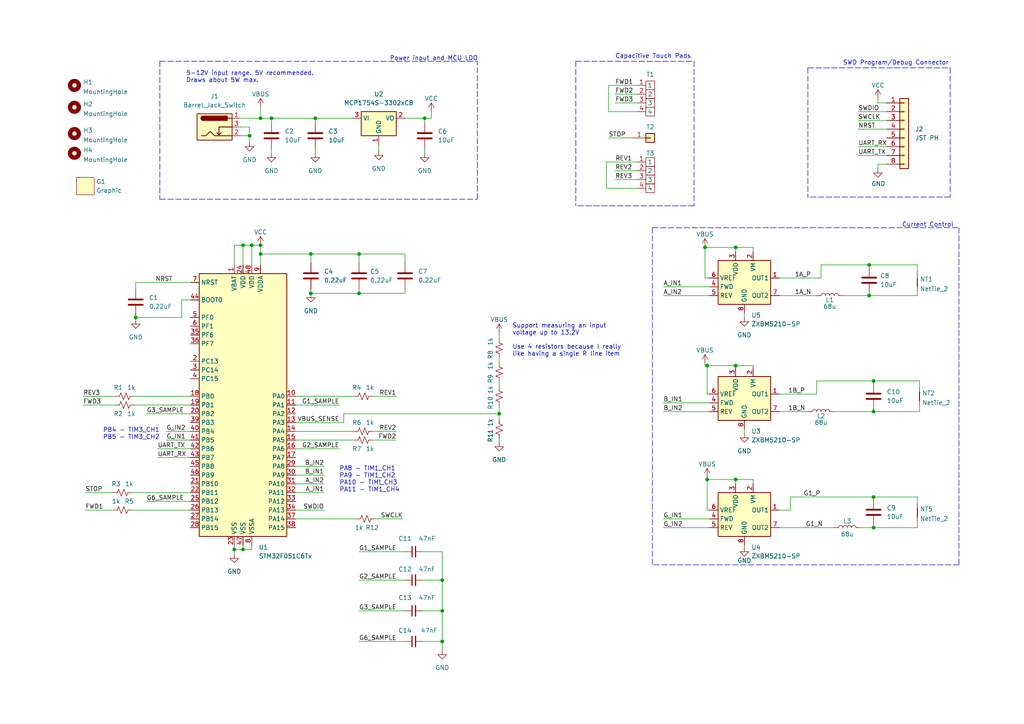
<source format=kicad_sch>
(kicad_sch (version 20211123) (generator eeschema)
  (paper "A4")
  (title_block (title "Gauss Speedway") (date "2022-11-17") (rev "2") (company "Relative Jump Labs"))
  (lib_symbols
    (symbol "Connector:Barrel_Jack_Switch" (pin_names hide)
      (property "Reference" "J" (at 0 5.334 0))
      (property "Value" "Barrel_Jack_Switch" (at 0 -5.08 0))
      (symbol "Barrel_Jack_Switch_0_1"
        (rectangle (start -5.08 3.81) (end 5.08 -3.81) (stroke (width 0.254)) (fill (type background)))
        (arc (start -3.302 3.175) (mid -3.937 2.54) (end -3.302 1.905) (stroke (width 0.254)))
        (arc (start -3.302 3.175) (mid -3.937 2.54) (end -3.302 1.905) (stroke (width 0.254)) (fill (type outline)))
        (polyline (pts (xy 1.27 -2.286) (xy 1.905 -1.651)) (stroke (width 0.254)))
        (polyline (pts (xy 5.08 2.54) (xy 3.81 2.54)) (stroke (width 0.254)))
        (polyline (pts (xy 5.08 0) (xy 1.27 0) (xy 1.27 -2.286) (xy 0.635 -1.651)) (stroke (width 0.254)))
        (polyline (pts (xy -3.81 -2.54) (xy -2.54 -2.54) (xy -1.27 -1.27) (xy 0 -2.54) (xy 2.54 -2.54) (xy 5.08 -2.54)) (stroke (width 0.254)))
        (rectangle (start 3.683 3.175) (end -3.302 1.905) (stroke (width 0.254)) (fill (type outline)))
      )
      (symbol "Barrel_Jack_Switch_1_1"
        (pin passive line (at 7.62 2.54 180) (length 2.54) (name "~") (number "1"))
        (pin passive line (at 7.62 -2.54 180) (length 2.54) (name "~") (number "2"))
        (pin passive line (at 7.62 0 180) (length 2.54) (name "~") (number "3"))
      )
    )
    (symbol "Connector_Generic:Conn_01x01" (pin_names (offset 1.016) hide)
      (property "Reference" "J" (at 0 2.54 0))
      (property "Value" "Conn_01x01" (at 0 -2.54 0))
      (symbol "Conn_01x01_1_1"
        (rectangle (start -1.27 0.127) (end 0 -0.127) (stroke (width 0.1524)))
        (rectangle (start -1.27 1.27) (end 1.27 -1.27) (stroke (width 0.254)) (fill (type background)))
        (pin passive line (at -5.08 0 0) (length 3.81) (name "Pin_1") (number "1"))
      )
    )
    (symbol "Connector_Generic:Conn_01x08" (pin_names (offset 1.016) hide)
      (property "Reference" "J" (at 0 10.16 0))
      (property "Value" "Conn_01x08" (at 0 -12.7 0))
      (symbol "Conn_01x08_1_1"
        (rectangle (start -1.27 -10.033) (end 0 -10.287) (stroke (width 0.1524)))
        (rectangle (start -1.27 -7.493) (end 0 -7.747) (stroke (width 0.1524)))
        (rectangle (start -1.27 -4.953) (end 0 -5.207) (stroke (width 0.1524)))
        (rectangle (start -1.27 -2.413) (end 0 -2.667) (stroke (width 0.1524)))
        (rectangle (start -1.27 0.127) (end 0 -0.127) (stroke (width 0.1524)))
        (rectangle (start -1.27 2.667) (end 0 2.413) (stroke (width 0.1524)))
        (rectangle (start -1.27 5.207) (end 0 4.953) (stroke (width 0.1524)))
        (rectangle (start -1.27 7.747) (end 0 7.493) (stroke (width 0.1524)))
        (rectangle (start -1.27 8.89) (end 1.27 -11.43) (stroke (width 0.254)) (fill (type background)))
        (pin passive line (at -5.08 7.62 0) (length 3.81) (name "Pin_1") (number "1"))
        (pin passive line (at -5.08 5.08 0) (length 3.81) (name "Pin_2") (number "2"))
        (pin passive line (at -5.08 2.54 0) (length 3.81) (name "Pin_3") (number "3"))
        (pin passive line (at -5.08 0 0) (length 3.81) (name "Pin_4") (number "4"))
        (pin passive line (at -5.08 -2.54 0) (length 3.81) (name "Pin_5") (number "5"))
        (pin passive line (at -5.08 -5.08 0) (length 3.81) (name "Pin_6") (number "6"))
        (pin passive line (at -5.08 -7.62 0) (length 3.81) (name "Pin_7") (number "7"))
        (pin passive line (at -5.08 -10.16 0) (length 3.81) (name "Pin_8") (number "8"))
      )
    )
    (symbol "Device:C" (pin_numbers hide) (pin_names (offset 0.254))
      (property "Reference" "C" (at 0.635 2.54 0))
      (property "Value" "C" (at 0.635 -2.54 0))
      (symbol "C_0_1"
        (polyline (pts (xy -2.032 -0.762) (xy 2.032 -0.762)) (stroke (width 0.508)))
        (polyline (pts (xy -2.032 0.762) (xy 2.032 0.762)) (stroke (width 0.508)))
      )
      (symbol "C_1_1"
        (pin passive line (at 0 3.81 270) (length 2.794) (name "~") (number "1"))
        (pin passive line (at 0 -3.81 90) (length 2.794) (name "~") (number "2"))
      )
    )
    (symbol "Device:C_Small" (pin_numbers hide) (pin_names (offset 0.254) hide)
      (property "Reference" "C" (at 0.254 1.778 0))
      (property "Value" "C_Small" (at 0.254 -2.032 0))
      (symbol "C_Small_0_1"
        (polyline (pts (xy -1.524 -0.508) (xy 1.524 -0.508)) (stroke (width 0.3302)))
        (polyline (pts (xy -1.524 0.508) (xy 1.524 0.508)) (stroke (width 0.3048)))
      )
      (symbol "C_Small_1_1"
        (pin passive line (at 0 2.54 270) (length 2.032) (name "~") (number "1"))
        (pin passive line (at 0 -2.54 90) (length 2.032) (name "~") (number "2"))
      )
    )
    (symbol "Device:L" (pin_numbers hide) (pin_names (offset 1.016) hide)
      (property "Reference" "L" (at -1.27 0 90))
      (property "Value" "L" (at 1.905 0 90))
      (symbol "L_0_1"
        (arc (start 0 -2.54) (mid 0.635 -1.905) (end 0 -1.27))
        (arc (start 0 -1.27) (mid 0.635 -0.635) (end 0 0))
        (arc (start 0 0) (mid 0.635 0.635) (end 0 1.27))
        (arc (start 0 1.27) (mid 0.635 1.905) (end 0 2.54))
      )
      (symbol "L_1_1"
        (pin passive line (at 0 3.81 270) (length 1.27) (name "1") (number "1"))
        (pin passive line (at 0 -3.81 90) (length 1.27) (name "2") (number "2"))
      )
    )
    (symbol "Device:NetTie_2" (pin_numbers hide) (pin_names (offset 0) hide)
      (property "Reference" "NT" (at 0 1.27 0))
      (property "Value" "NetTie_2" (at 0 -1.27 0))
      (symbol "NetTie_2_0_1"
        (polyline (pts (xy -1.27 0) (xy 1.27 0)) (stroke (width 0.254)))
      )
      (symbol "NetTie_2_1_1"
        (pin passive line (at -2.54 0 0) (length 2.54) (name "1") (number "1"))
        (pin passive line (at 2.54 0 180) (length 2.54) (name "2") (number "2"))
      )
    )
    (symbol "Device:R_Small_US" (pin_numbers hide) (pin_names (offset 0.254) hide)
      (property "Reference" "R" (at 0.762 0.508 0))
      (property "Value" "R_Small_US" (at 0.762 -1.016 0))
      (symbol "R_Small_US_1_1"
        (polyline (pts (xy 0 0) (xy 1.016 -0.381) (xy 0 -0.762) (xy -1.016 -1.143) (xy 0 -1.524)))
        (polyline (pts (xy 0 1.524) (xy 1.016 1.143) (xy 0 0.762) (xy -1.016 0.381) (xy 0 0)))
        (pin passive line (at 0 2.54 270) (length 1.016) (name "~") (number "1"))
        (pin passive line (at 0 -2.54 90) (length 1.016) (name "~") (number "2"))
      )
    )
    (symbol "Driver_Motor:ZXBM5210-SP"
      (property "Reference" "U" (at -7.62 8.89 0))
      (property "Value" "ZXBM5210-SP" (at 10.16 8.89 0))
      (symbol "ZXBM5210-SP_0_0"
        (pin output line (at 10.16 2.54 180) (length 2.54) (name "OUT1") (number "1"))
        (pin power_in line (at 2.54 10.16 270) (length 2.54) (name "VM") (number "2"))
        (pin power_in line (at -2.54 10.16 270) (length 2.54) (name "VDD") (number "3"))
        (pin input line (at -10.16 0 0) (length 2.54) (name "FWD") (number "4"))
        (pin input line (at -10.16 -2.54 0) (length 2.54) (name "REV") (number "5"))
        (pin input line (at -10.16 2.54 0) (length 2.54) (name "VREF") (number "6"))
        (pin output line (at 10.16 -2.54 180) (length 2.54) (name "OUT2") (number "7"))
        (pin power_in line (at 0 -7.62 90) (length 2.54) (name "GND") (number "8"))
        (pin passive line (at 0 -7.62 90) (length 2.54) hide (name "GND") (number "9"))
      )
      (symbol "ZXBM5210-SP_0_1"
        (rectangle (start -7.62 7.62) (end 7.62 -5.08) (stroke (width 0.254)) (fill (type background)))
      )
    )
    (symbol "MCU_ST_STM32F0:STM32F051C6Tx"
      (property "Reference" "U" (at -12.7 39.37 0))
      (property "Value" "STM32F051C6Tx" (at 7.62 39.37 0))
      (symbol "STM32F051C6Tx_0_1"
        (rectangle (start -12.7 -38.1) (end 12.7 38.1) (stroke (width 0.254)) (fill (type background)))
      )
      (symbol "STM32F051C6Tx_1_1"
        (pin power_in line (at -2.54 40.64 270) (length 2.54) (name "VBAT") (number "1"))
        (pin bidirectional line (at 15.24 2.54 180) (length 2.54) (name "PA0") (number "10"))
        (pin bidirectional line (at 15.24 0 180) (length 2.54) (name "PA1") (number "11"))
        (pin bidirectional line (at 15.24 -2.54 180) (length 2.54) (name "PA2") (number "12"))
        (pin bidirectional line (at 15.24 -5.08 180) (length 2.54) (name "PA3") (number "13"))
        (pin bidirectional line (at 15.24 -7.62 180) (length 2.54) (name "PA4") (number "14"))
        (pin bidirectional line (at 15.24 -10.16 180) (length 2.54) (name "PA5") (number "15"))
        (pin bidirectional line (at 15.24 -12.7 180) (length 2.54) (name "PA6") (number "16"))
        (pin bidirectional line (at 15.24 -15.24 180) (length 2.54) (name "PA7") (number "17"))
        (pin bidirectional line (at -15.24 2.54 0) (length 2.54) (name "PB0") (number "18"))
        (pin bidirectional line (at -15.24 0 0) (length 2.54) (name "PB1") (number "19"))
        (pin bidirectional line (at -15.24 12.7 0) (length 2.54) (name "PC13") (number "2"))
        (pin bidirectional line (at -15.24 -2.54 0) (length 2.54) (name "PB2") (number "20"))
        (pin bidirectional line (at -15.24 -22.86 0) (length 2.54) (name "PB10") (number "21"))
        (pin bidirectional line (at -15.24 -25.4 0) (length 2.54) (name "PB11") (number "22"))
        (pin power_in line (at -2.54 -40.64 90) (length 2.54) (name "VSS") (number "23"))
        (pin power_in line (at 0 40.64 270) (length 2.54) (name "VDD") (number "24"))
        (pin bidirectional line (at -15.24 -27.94 0) (length 2.54) (name "PB12") (number "25"))
        (pin bidirectional line (at -15.24 -30.48 0) (length 2.54) (name "PB13") (number "26"))
        (pin bidirectional line (at -15.24 -33.02 0) (length 2.54) (name "PB14") (number "27"))
        (pin bidirectional line (at -15.24 -35.56 0) (length 2.54) (name "PB15") (number "28"))
        (pin bidirectional line (at 15.24 -17.78 180) (length 2.54) (name "PA8") (number "29"))
        (pin bidirectional line (at -15.24 10.16 0) (length 2.54) (name "PC14") (number "3"))
        (pin bidirectional line (at 15.24 -20.32 180) (length 2.54) (name "PA9") (number "30"))
        (pin bidirectional line (at 15.24 -22.86 180) (length 2.54) (name "PA10") (number "31"))
        (pin bidirectional line (at 15.24 -25.4 180) (length 2.54) (name "PA11") (number "32"))
        (pin bidirectional line (at 15.24 -27.94 180) (length 2.54) (name "PA12") (number "33"))
        (pin bidirectional line (at 15.24 -30.48 180) (length 2.54) (name "PA13") (number "34"))
        (pin bidirectional line (at -15.24 20.32 0) (length 2.54) (name "PF6") (number "35"))
        (pin bidirectional line (at -15.24 17.78 0) (length 2.54) (name "PF7") (number "36"))
        (pin bidirectional line (at 15.24 -33.02 180) (length 2.54) (name "PA14") (number "37"))
        (pin bidirectional line (at 15.24 -35.56 180) (length 2.54) (name "PA15") (number "38"))
        (pin bidirectional line (at -15.24 -5.08 0) (length 2.54) (name "PB3") (number "39"))
        (pin bidirectional line (at -15.24 7.62 0) (length 2.54) (name "PC15") (number "4"))
        (pin bidirectional line (at -15.24 -7.62 0) (length 2.54) (name "PB4") (number "40"))
        (pin bidirectional line (at -15.24 -10.16 0) (length 2.54) (name "PB5") (number "41"))
        (pin bidirectional line (at -15.24 -12.7 0) (length 2.54) (name "PB6") (number "42"))
        (pin bidirectional line (at -15.24 -15.24 0) (length 2.54) (name "PB7") (number "43"))
        (pin input line (at -15.24 30.48 0) (length 2.54) (name "BOOT0") (number "44"))
        (pin bidirectional line (at -15.24 -17.78 0) (length 2.54) (name "PB8") (number "45"))
        (pin bidirectional line (at -15.24 -20.32 0) (length 2.54) (name "PB9") (number "46"))
        (pin power_in line (at 0 -40.64 90) (length 2.54) (name "VSS") (number "47"))
        (pin power_in line (at 2.54 40.64 270) (length 2.54) (name "VDD") (number "48"))
        (pin input line (at -15.24 25.4 0) (length 2.54) (name "PF0") (number "5"))
        (pin input line (at -15.24 22.86 0) (length 2.54) (name "PF1") (number "6"))
        (pin input line (at -15.24 35.56 0) (length 2.54) (name "NRST") (number "7"))
        (pin power_in line (at 2.54 -40.64 90) (length 2.54) (name "VSSA") (number "8"))
        (pin power_in line (at 5.08 40.64 270) (length 2.54) (name "VDDA") (number "9"))
      )
    )
    (symbol "Mechanical:MountingHole" (pin_names (offset 1.016))
      (property "Reference" "H" (at 0 5.08 0))
      (property "Value" "MountingHole" (at 0 3.175 0))
      (symbol "MountingHole_0_1"
        (circle (center 0 0) (radius 1.27) (stroke (width 1.27)))
      )
    )
    (symbol "Regulator_Linear:MCP1754S-3302xCB"
      (property "Reference" "U" (at -3.81 3.175 0))
      (property "Value" "MCP1754S-3302xCB" (at -0.635 3.175 0))
      (symbol "MCP1754S-3302xCB_0_1"
        (rectangle (start -5.08 -5.08) (end 5.08 1.905) (stroke (width 0.254)) (fill (type background)))
      )
      (symbol "MCP1754S-3302xCB_1_1"
        (pin power_in line (at 0 -7.62 90) (length 2.54) (name "GND") (number "1"))
        (pin power_out line (at 7.62 0 180) (length 2.54) (name "VO") (number "2"))
        (pin power_in line (at -7.62 0 0) (length 2.54) (name "VI") (number "3"))
      )
    )
    (symbol "power:GND" (power) (pin_names (offset 0))
      (property "Value" "GND" (at 0 -3.81 0))
      (symbol "GND_0_1"
        (polyline (pts (xy 0 0) (xy 0 -1.27) (xy 1.27 -1.27) (xy 0 -2.54) (xy -1.27 -1.27) (xy 0 -1.27)))
      )
      (symbol "GND_1_1"
        (pin power_in line (at 0 0 270) (length 0) hide (name "GND") (number "1"))
      )
    )
    (symbol "power:VBUS" (power) (pin_names (offset 0))
      (property "Value" "VBUS" (at 0 3.81 0))
      (symbol "VBUS_0_1"
        (polyline (pts (xy -0.762 1.27) (xy 0 2.54)))
        (polyline (pts (xy 0 0) (xy 0 2.54)))
        (polyline (pts (xy 0 2.54) (xy 0.762 1.27)))
      )
      (symbol "VBUS_1_1"
        (pin power_in line (at 0 0 90) (length 0) hide (name "VBUS") (number "1"))
      )
    )
    (symbol "power:VCC" (power) (pin_names (offset 0))
      (property "Value" "VCC" (at 0 3.81 0))
      (symbol "VCC_0_1"
        (polyline (pts (xy -0.762 1.27) (xy 0 2.54)))
        (polyline (pts (xy 0 0) (xy 0 2.54)))
        (polyline (pts (xy 0 2.54) (xy 0.762 1.27)))
      )
      (symbol "VCC_1_1"
        (pin power_in line (at 0 0 90) (length 0) hide (name "VCC") (number "1"))
      )
    )
    (symbol "track_v2:Graphic"
      (property "Reference" "G" (at 0 -2.54 0))
      (property "Value" "Graphic" (at 0 -2.54 0))
      (symbol "Graphic_0_1"
        (rectangle (start -2.54 2.54) (end 2.54 -2.54) (fill (type background)))
      )
    )
    (symbol "track_v2:LinearTouch4"
      (property "Reference" "U" (at 0 -10.16 0))
      (property "Value" "LinearTouch4" (at 0 -7.62 0))
      (symbol "LinearTouch4_0_1"
        (rectangle (start -1.27 -2.54) (end 1.27 -5.08))
        (rectangle (start -1.27 0) (end 1.27 -2.54))
        (rectangle (start -1.27 2.54) (end 1.27 0))
        (rectangle (start -1.27 5.08) (end 1.27 2.54))
      )
      (symbol "LinearTouch4_1_1"
        (pin input line (at 3.81 3.81 180) (length 2.54) (name "1") (number "1"))
        (pin input line (at 3.81 1.27 180) (length 2.54) (name "2") (number "2"))
        (pin input line (at 3.81 -1.27 180) (length 2.54) (name "3") (number "3"))
        (pin input line (at 3.81 -3.81 180) (length 2.54) (name "4") (number "4"))
      )
    )
  )
  (junction (at 90.17 85.09))
  (junction (at 39.37 92.075))
  (junction (at 204.47 71.755))
  (junction (at 73.025 71.12))
  (junction (at 213.36 139.065))
  (junction (at 205.105 139.065))
  (junction (at 253.365 153.035))
  (junction (at 91.44 34.29))
  (junction (at 128.27 177.165))
  (junction (at 70.485 159.385))
  (junction (at 253.365 144.145))
  (junction (at 253.365 110.49))
  (junction (at 78.74 34.29))
  (junction (at 70.485 71.12))
  (junction (at 104.14 85.09))
  (junction (at 252.095 76.835))
  (junction (at 213.36 106.045))
  (junction (at 104.14 73.66))
  (junction (at 252.095 85.725))
  (junction (at 72.39 39.37))
  (junction (at 213.36 71.755))
  (junction (at 90.17 73.66))
  (junction (at 75.565 34.29))
  (junction (at 128.27 168.275))
  (junction (at 253.365 119.38))
  (junction (at 205.105 106.045))
  (junction (at 75.565 73.66))
  (junction (at 123.19 34.29))
  (junction (at 128.27 186.055))
  (junction (at 67.945 159.385))
  (junction (at 144.78 120.015))
  (junction (at 75.565 71.12))
  (wire (pts (xy 122.555 168.275) (xy 128.27 168.275)))
  (wire (pts (xy 144.78 120.015) (xy 144.78 121.92)))
  (wire (pts (xy 192.405 85.725) (xy 205.74 85.725)))
  (wire (pts (xy 144.78 103.505) (xy 144.78 105.41)))
  (wire (pts (xy 266.065 153.035) (xy 253.365 153.035)))
  (wire (pts (xy 266.7 119.38) (xy 266.7 117.475)))
  (wire (pts (xy 72.39 36.83) (xy 72.39 39.37)))
  (wire (pts (xy 192.405 83.185) (xy 205.74 83.185)))
  (wire (pts (xy 24.13 117.475) (xy 33.655 117.475)))
  (wire (pts (xy 75.565 73.66) (xy 90.17 73.66)))
  (wire (pts (xy 78.74 34.29) (xy 78.74 35.56)))
  (wire (pts (xy 99.695 120.015) (xy 144.78 120.015)))
  (polyline (pts (xy 278.13 163.83) (xy 189.23 163.83)))
  (wire (pts (xy 70.485 159.385) (xy 73.025 159.385)))
  (polyline (pts (xy 46.355 57.785) (xy 138.43 57.785)))
  (wire (pts (xy 226.06 153.035) (xy 241.935 153.035)))
  (wire (pts (xy 128.27 177.165) (xy 128.27 186.055)))
  (wire (pts (xy 85.725 127.635) (xy 102.87 127.635)))
  (polyline (pts (xy 138.43 57.785) (xy 138.43 17.78)))
  (wire (pts (xy 117.475 34.29) (xy 123.19 34.29)))
  (wire (pts (xy 38.1 147.955) (xy 55.245 147.955)))
  (wire (pts (xy 90.17 85.09) (xy 104.14 85.09)))
  (wire (pts (xy 253.365 110.49) (xy 236.855 110.49)))
  (wire (pts (xy 39.37 91.44) (xy 39.37 92.075)))
  (wire (pts (xy 67.945 159.385) (xy 70.485 159.385)))
  (wire (pts (xy 144.78 110.49) (xy 144.78 112.395)))
  (wire (pts (xy 253.365 153.035) (xy 253.365 152.4)))
  (wire (pts (xy 67.945 158.115) (xy 67.945 159.385)))
  (wire (pts (xy 266.065 151.13) (xy 266.065 153.035)))
  (wire (pts (xy 204.47 71.755) (xy 213.36 71.755)))
  (wire (pts (xy 218.44 71.755) (xy 218.44 73.025)))
  (wire (pts (xy 192.405 153.035) (xy 205.74 153.035)))
  (wire (pts (xy 226.06 147.955) (xy 229.235 147.955)))
  (wire (pts (xy 52.705 86.995) (xy 55.245 86.995)))
  (wire (pts (xy 128.27 186.055) (xy 122.555 186.055)))
  (wire (pts (xy 215.9 158.115) (xy 215.9 158.75)))
  (wire (pts (xy 249.555 153.035) (xy 253.365 153.035)))
  (wire (pts (xy 123.19 34.29) (xy 125.095 34.29)))
  (wire (pts (xy 67.945 76.835) (xy 67.945 71.12)))
  (wire (pts (xy 122.555 177.165) (xy 128.27 177.165)))
  (wire (pts (xy 229.235 144.145) (xy 229.235 147.955)))
  (wire (pts (xy 52.705 92.075) (xy 52.705 86.995)))
  (wire (pts (xy 184.785 32.385) (xy 176.53 32.385)))
  (polyline (pts (xy 189.23 66.04) (xy 278.13 66.04)))
  (wire (pts (xy 215.9 124.46) (xy 215.9 125.73)))
  (wire (pts (xy 254.635 29.845) (xy 257.175 29.845)))
  (wire (pts (xy 241.935 119.38) (xy 253.365 119.38)))
  (wire (pts (xy 75.565 34.29) (xy 78.74 34.29)))
  (wire (pts (xy 85.725 125.095) (xy 102.87 125.095)))
  (wire (pts (xy 45.72 132.715) (xy 55.245 132.715)))
  (wire (pts (xy 45.72 130.175) (xy 55.245 130.175)))
  (wire (pts (xy 266.065 76.835) (xy 266.065 79.375)))
  (wire (pts (xy 248.92 45.085) (xy 257.175 45.085)))
  (wire (pts (xy 122.555 160.02) (xy 128.27 160.02)))
  (wire (pts (xy 107.95 127.635) (xy 114.935 127.635)))
  (wire (pts (xy 257.175 37.465) (xy 248.92 37.465)))
  (wire (pts (xy 184.785 52.07) (xy 178.435 52.07)))
  (wire (pts (xy 38.735 117.475) (xy 55.245 117.475)))
  (wire (pts (xy 104.14 168.275) (xy 117.475 168.275)))
  (wire (pts (xy 205.105 139.065) (xy 205.105 147.955)))
  (wire (pts (xy 252.095 76.835) (xy 266.065 76.835)))
  (wire (pts (xy 226.06 119.38) (xy 234.315 119.38)))
  (wire (pts (xy 109.855 41.91) (xy 109.855 43.815)))
  (wire (pts (xy 69.85 34.29) (xy 75.565 34.29)))
  (wire (pts (xy 218.44 106.045) (xy 218.44 106.68)))
  (polyline (pts (xy 201.295 59.69) (xy 167.005 59.69)))
  (wire (pts (xy 238.125 76.835) (xy 252.095 76.835)))
  (wire (pts (xy 91.44 34.29) (xy 102.235 34.29)))
  (wire (pts (xy 107.95 125.095) (xy 114.935 125.095)))
  (wire (pts (xy 254.635 47.625) (xy 254.635 48.895)))
  (wire (pts (xy 192.405 119.38) (xy 205.74 119.38)))
  (wire (pts (xy 175.895 54.61) (xy 184.785 54.61)))
  (wire (pts (xy 107.95 114.935) (xy 114.935 114.935)))
  (wire (pts (xy 85.725 130.175) (xy 98.425 130.175)))
  (wire (pts (xy 205.105 139.065) (xy 205.105 138.43)))
  (wire (pts (xy 184.785 46.99) (xy 175.895 46.99)))
  (wire (pts (xy 213.36 71.755) (xy 213.36 73.025)))
  (wire (pts (xy 48.26 125.095) (xy 55.245 125.095)))
  (wire (pts (xy 252.095 85.09) (xy 252.095 85.725)))
  (wire (pts (xy 99.695 122.555) (xy 99.695 120.015)))
  (wire (pts (xy 104.14 83.82) (xy 104.14 85.09)))
  (wire (pts (xy 48.26 127.635) (xy 55.245 127.635)))
  (wire (pts (xy 266.7 110.49) (xy 266.7 112.395)))
  (wire (pts (xy 24.765 147.955) (xy 33.02 147.955)))
  (wire (pts (xy 70.485 71.12) (xy 70.485 76.835)))
  (wire (pts (xy 69.85 36.83) (xy 72.39 36.83)))
  (wire (pts (xy 39.37 81.915) (xy 39.37 83.82)))
  (wire (pts (xy 75.565 34.29) (xy 75.565 31.115)))
  (wire (pts (xy 254.635 28.575) (xy 254.635 29.845)))
  (wire (pts (xy 253.365 118.745) (xy 253.365 119.38)))
  (wire (pts (xy 176.53 32.385) (xy 176.53 24.765)))
  (wire (pts (xy 218.44 139.065) (xy 218.44 140.335)))
  (wire (pts (xy 192.405 150.495) (xy 205.74 150.495)))
  (wire (pts (xy 73.025 71.12) (xy 73.025 76.835)))
  (wire (pts (xy 128.27 168.275) (xy 128.27 177.165)))
  (wire (pts (xy 67.945 159.385) (xy 67.945 160.655)))
  (wire (pts (xy 213.36 139.065) (xy 218.44 139.065)))
  (wire (pts (xy 205.74 114.3) (xy 205.105 114.3)))
  (wire (pts (xy 42.545 145.415) (xy 55.245 145.415)))
  (polyline (pts (xy 234.315 19.685) (xy 275.59 19.685)))
  (wire (pts (xy 108.585 150.495) (xy 116.84 150.495)))
  (polyline (pts (xy 275.59 57.15) (xy 234.315 57.15)))
  (wire (pts (xy 70.485 159.385) (xy 70.485 158.115)))
  (wire (pts (xy 123.19 34.29) (xy 123.19 35.56)))
  (wire (pts (xy 226.06 114.3) (xy 236.855 114.3)))
  (wire (pts (xy 257.175 47.625) (xy 254.635 47.625)))
  (wire (pts (xy 85.725 117.475) (xy 98.425 117.475)))
  (wire (pts (xy 213.36 106.045) (xy 218.44 106.045)))
  (wire (pts (xy 184.785 29.845) (xy 178.435 29.845)))
  (wire (pts (xy 78.74 34.29) (xy 91.44 34.29)))
  (wire (pts (xy 90.17 83.82) (xy 90.17 85.09)))
  (wire (pts (xy 38.1 142.875) (xy 55.245 142.875)))
  (wire (pts (xy 144.78 96.52) (xy 144.78 98.425)))
  (wire (pts (xy 85.725 135.255) (xy 93.98 135.255)))
  (wire (pts (xy 85.725 140.335) (xy 93.98 140.335)))
  (polyline (pts (xy 234.315 19.685) (xy 234.315 57.15)))
  (wire (pts (xy 90.17 73.66) (xy 104.14 73.66)))
  (wire (pts (xy 204.47 80.645) (xy 204.47 71.755)))
  (wire (pts (xy 24.13 114.935) (xy 33.655 114.935)))
  (wire (pts (xy 85.725 147.955) (xy 93.98 147.955)))
  (wire (pts (xy 192.405 116.84) (xy 205.74 116.84)))
  (wire (pts (xy 175.895 46.99) (xy 175.895 54.61)))
  (wire (pts (xy 85.725 150.495) (xy 103.505 150.495)))
  (wire (pts (xy 39.37 92.075) (xy 39.37 92.71)))
  (wire (pts (xy 253.365 119.38) (xy 266.7 119.38)))
  (wire (pts (xy 69.85 39.37) (xy 72.39 39.37)))
  (wire (pts (xy 226.06 85.725) (xy 236.855 85.725)))
  (wire (pts (xy 213.36 140.335) (xy 213.36 139.065)))
  (wire (pts (xy 184.785 24.765) (xy 176.53 24.765)))
  (wire (pts (xy 125.095 32.385) (xy 125.095 34.29)))
  (polyline (pts (xy 167.005 17.78) (xy 167.005 59.69)))
  (wire (pts (xy 229.235 144.145) (xy 253.365 144.145)))
  (wire (pts (xy 75.565 71.12) (xy 75.565 73.66)))
  (wire (pts (xy 213.36 71.755) (xy 218.44 71.755)))
  (wire (pts (xy 117.475 73.66) (xy 117.475 76.2)))
  (wire (pts (xy 85.725 142.875) (xy 93.98 142.875)))
  (wire (pts (xy 55.245 81.915) (xy 39.37 81.915)))
  (wire (pts (xy 91.44 43.18) (xy 91.44 44.45)))
  (wire (pts (xy 24.765 142.875) (xy 33.02 142.875)))
  (polyline (pts (xy 189.23 66.04) (xy 189.23 163.83)))
  (wire (pts (xy 104.14 160.02) (xy 117.475 160.02)))
  (wire (pts (xy 73.025 159.385) (xy 73.025 158.115)))
  (wire (pts (xy 123.19 43.18) (xy 123.19 44.45)))
  (wire (pts (xy 104.14 73.66) (xy 104.14 76.2)))
  (wire (pts (xy 257.175 32.385) (xy 248.92 32.385)))
  (wire (pts (xy 184.785 49.53) (xy 178.435 49.53)))
  (wire (pts (xy 205.105 106.045) (xy 205.105 114.3)))
  (wire (pts (xy 144.78 127) (xy 144.78 128.27)))
  (wire (pts (xy 257.175 34.925) (xy 248.92 34.925)))
  (wire (pts (xy 266.065 85.725) (xy 266.065 84.455)))
  (wire (pts (xy 215.9 90.805) (xy 215.9 92.075)))
  (wire (pts (xy 75.565 73.66) (xy 75.565 76.835)))
  (wire (pts (xy 184.785 27.305) (xy 178.435 27.305)))
  (wire (pts (xy 42.545 120.015) (xy 55.245 120.015)))
  (wire (pts (xy 104.14 177.165) (xy 117.475 177.165)))
  (wire (pts (xy 104.14 85.09) (xy 117.475 85.09)))
  (wire (pts (xy 39.37 92.075) (xy 52.705 92.075)))
  (wire (pts (xy 253.365 111.125) (xy 253.365 110.49)))
  (wire (pts (xy 67.945 71.12) (xy 70.485 71.12)))
  (wire (pts (xy 128.27 186.055) (xy 128.27 188.595)))
  (wire (pts (xy 78.74 43.18) (xy 78.74 44.45)))
  (wire (pts (xy 85.725 114.935) (xy 102.87 114.935)))
  (wire (pts (xy 85.725 122.555) (xy 99.695 122.555)))
  (wire (pts (xy 72.39 39.37) (xy 72.39 41.275)))
  (wire (pts (xy 183.515 40.005) (xy 176.53 40.005)))
  (polyline (pts (xy 278.13 66.04) (xy 278.13 163.83)))
  (polyline (pts (xy 46.355 17.78) (xy 46.355 57.785)))
  (wire (pts (xy 90.17 73.66) (xy 90.17 76.2)))
  (wire (pts (xy 253.365 144.145) (xy 253.365 144.78)))
  (wire (pts (xy 128.27 160.02) (xy 128.27 168.275)))
  (polyline (pts (xy 201.295 17.78) (xy 201.295 59.69)))
  (wire (pts (xy 85.725 137.795) (xy 93.98 137.795)))
  (wire (pts (xy 253.365 110.49) (xy 266.7 110.49)))
  (wire (pts (xy 91.44 34.29) (xy 91.44 35.56)))
  (wire (pts (xy 104.14 186.055) (xy 117.475 186.055)))
  (wire (pts (xy 70.485 71.12) (xy 73.025 71.12)))
  (wire (pts (xy 236.855 110.49) (xy 236.855 114.3)))
  (wire (pts (xy 253.365 144.145) (xy 266.065 144.145)))
  (wire (pts (xy 213.36 106.045) (xy 213.36 106.68)))
  (wire (pts (xy 205.74 80.645) (xy 204.47 80.645)))
  (wire (pts (xy 226.06 80.645) (xy 238.125 80.645)))
  (wire (pts (xy 204.47 106.045) (xy 205.105 106.045)))
  (wire (pts (xy 204.47 105.41) (xy 204.47 106.045)))
  (wire (pts (xy 252.095 85.725) (xy 266.065 85.725)))
  (polyline (pts (xy 46.355 17.78) (xy 138.43 17.78)))
  (wire (pts (xy 38.735 114.935) (xy 55.245 114.935)))
  (polyline (pts (xy 275.59 19.685) (xy 275.59 57.15)))
  (wire (pts (xy 117.475 85.09) (xy 117.475 83.82)))
  (wire (pts (xy 205.74 147.955) (xy 205.105 147.955)))
  (wire (pts (xy 266.065 144.145) (xy 266.065 146.05)))
  (wire (pts (xy 144.78 117.475) (xy 144.78 120.015)))
  (wire (pts (xy 252.095 76.835) (xy 252.095 77.47)))
  (wire (pts (xy 248.92 42.545) (xy 257.175 42.545)))
  (wire (pts (xy 104.14 73.66) (xy 117.475 73.66)))
  (wire (pts (xy 73.025 71.12) (xy 75.565 71.12)))
  (wire (pts (xy 244.475 85.725) (xy 252.095 85.725)))
  (polyline (pts (xy 167.005 17.78) (xy 201.295 17.78)))
  (wire (pts (xy 238.125 80.645) (xy 238.125 76.835)))
  (wire (pts (xy 213.36 139.065) (xy 205.105 139.065)))
  (wire (pts (xy 205.105 106.045) (xy 213.36 106.045)))
  (text "Support measuring an input \nvoltage up to 13.2V\n\nUse 4 resistors because I really \nlike having a single R line item" (at 148.59 103.505 0) (effects (font (size 1.27 1.27)) (justify left bottom)))
  (text "SWD Program/Debug Connector\n" (at 244.475 19.05 0) (effects (font (size 1.27 1.27)) (justify left bottom)))
  (text "Current Control" (at 261.62 66.04 0) (effects (font (size 1.27 1.27)) (justify left bottom)))
  (text "PB4 - TIM3_CH1\nPB5 - TIM3_CH2" (at 29.845 127.635 0) (effects (font (size 1.27 1.27)) (justify left bottom)))
  (text "Capacitive Touch Pads" (at 178.435 17.145 0) (effects (font (size 1.27 1.27)) (justify left bottom)))
  (text "5-12V input range. 5V recommended.\nDraws about 5W max." (at 53.975 24.13 0) (effects (font (size 1.27 1.27)) (justify left bottom)))
  (text "Power input and MCU LDO" (at 113.03 17.78 0) (effects (font (size 1.27 1.27)) (justify left bottom)))
  (text "PA8 - TIM1_CH1\nPA9 - TIM1_CH2\nPA10 - TIM!_CH3\nPA11 - TIM1_CH4" (at 98.425 142.875 0) (effects (font (size 1.27 1.27)) (justify left bottom)))
  (label "G1_P" (at 233.045 144.145 0))
  (label "UART_RX" (at 45.72 132.715 0))
  (label "G3_SAMPLE" (at 104.14 177.165 0))
  (label "A_IN2" (at 93.98 140.335 180))
  (label "1B_N" (at 228.6 119.38 0))
  (label "SWCLK" (at 116.84 150.495 180))
  (label "REV2" (at 114.935 125.095 180))
  (label "G1_SAMPLE" (at 98.425 117.475 180))
  (label "G1_SAMPLE" (at 104.14 160.02 0))
  (label "1B_P" (at 228.6 114.3 0))
  (label "VBUS_SENSE" (at 98.425 122.555 180))
  (label "G6_SAMPLE" (at 104.14 186.055 0))
  (label "NRST" (at 45.085 81.915 0))
  (label "STOP" (at 24.765 142.875 0))
  (label "REV2" (at 178.435 49.53 0))
  (label "B_IN1" (at 93.98 137.795 180))
  (label "B_IN1" (at 192.405 116.84 0))
  (label "STOP" (at 176.53 40.005 0))
  (label "FWD2" (at 114.935 127.635 180))
  (label "REV1" (at 178.435 46.99 0))
  (label "A_IN2" (at 192.405 85.725 0))
  (label "B_IN2" (at 192.405 119.38 0))
  (label "G2_SAMPLE" (at 104.14 168.275 0))
  (label "G_IN1" (at 48.26 127.635 0))
  (label "A_IN1" (at 192.405 83.185 0))
  (label "FWD1" (at 178.435 24.765 0))
  (label "G_IN2" (at 48.26 125.095 0))
  (label "SWDIO" (at 93.98 147.955 180))
  (label "1A_N" (at 230.505 85.725 0))
  (label "FWD1" (at 24.765 147.955 0))
  (label "FWD3" (at 178.435 29.845 0))
  (label "A_IN1" (at 93.98 142.875 180))
  (label "1A_P" (at 230.505 80.645 0))
  (label "REV3" (at 178.435 52.07 0))
  (label "UART_TX" (at 45.72 130.175 0))
  (label "B_IN2" (at 93.98 135.255 180))
  (label "G1_N" (at 233.68 153.035 0))
  (label "REV1" (at 114.935 114.935 180))
  (label "G2_SAMPLE" (at 98.425 130.175 180))
  (label "SWCLK" (at 248.92 34.925 0))
  (label "G6_SAMPLE" (at 42.545 145.415 0))
  (label "REV3" (at 24.13 114.935 0))
  (label "SWDIO" (at 248.92 32.385 0))
  (label "G3_SAMPLE" (at 42.545 120.015 0))
  (label "NRST" (at 248.92 37.465 0))
  (label "FWD3" (at 24.13 117.475 0))
  (label "G_IN1" (at 192.405 150.495 0))
  (label "G_IN2" (at 192.405 153.035 0))
  (label "UART_RX" (at 248.92 42.545 0))
  (label "UART_TX" (at 248.92 45.085 0))
  (label "FWD2" (at 178.435 27.305 0))
  (symbol (lib_id "power:GND") (at 109.855 43.815 0) (unit 1)
    (property "Reference" "#PWR0112" (effects hide))
    (property "Value" "GND" (at 109.855 48.895 0))
  )
  (symbol (lib_id "Device:C_Small") (at 120.015 160.02 90) (unit 1)
    (property "Reference" "C11" (at 117.475 156.21 90))
    (property "Value" "47nF" (at 123.825 156.21 90))
    (property "Footprint" "Capacitor_SMD:C_0603_1608Metric" (effects hide))
    (property "Mfg Part Number" "CL10B473KB8WPNC" (effects hide))
    (property "Part Description" "CAP CER 0.047UF 50V X7R 0603" (effects hide))
  )
  (symbol (lib_id "power:GND") (at 90.17 85.09 0) (unit 1)
    (property "Reference" "#PWR0105" (effects hide))
    (property "Value" "GND" (at 90.17 90.17 0))
  )
  (symbol (lib_id "power:GND") (at 215.9 125.73 0) (unit 1)
    (property "Reference" "#PWR0119" (effects hide))
    (property "Value" "GND" (at 215.9 130.81 0))
  )
  (symbol (lib_id "power:GND") (at 91.44 44.45 0) (unit 1)
    (property "Reference" "#PWR0111" (effects hide))
    (property "Value" "GND" (at 91.44 49.53 0))
  )
  (symbol (lib_id "Device:C") (at 91.44 39.37 0) (unit 1)
    (property "Reference" "C3" (at 95.25 38.0999 0) (effects (justify left)))
    (property "Value" "10uF" (at 95.25 40.6399 0) (effects (justify left)))
    (property "Footprint" "Capacitor_SMD:C_0805_2012Metric" (effects hide))
    (property "Mfg Part Number" "CL21A106KAYNNNG" (effects hide))
    (property "Part Description" "CAP CER 10UF 25V X5R 0805" (effects hide))
  )
  (symbol (lib_id "Device:C") (at 104.14 80.01 180) (unit 1)
    (property "Reference" "C5" (at 107.315 78.7399 0) (effects (justify right)))
    (property "Value" "0.22uF" (at 107.315 81.2799 0) (effects (justify right)))
    (property "Footprint" "Capacitor_SMD:C_0603_1608Metric" (effects hide))
    (property "Mfg Part Number" "CL10B224KA8NNNC" (effects hide))
    (property "Part Description" "CAP CER 0.22UF 25V X7R 0603" (effects hide))
  )
  (symbol (lib_id "track_v2:LinearTouch4") (at 188.595 28.575 0) (mirror y) (unit 1)
    (property "Reference" "T1" (at 188.595 21.59 0))
    (property "Value" "LinearTouch4" (effects hide))
    (property "Footprint" "touch:linear_touch_40.0mm" (effects hide))
    (property "Config" "Not Fitted" (effects hide))
  )
  (symbol (lib_id "Device:R_Small_US") (at 106.045 150.495 270) (unit 1)
    (property "Reference" "R12" (at 107.95 153.035 90))
    (property "Value" "1k" (at 104.14 153.035 90))
    (property "Footprint" "Resistor_SMD:R_0603_1608Metric" (effects hide))
    (property "Mfg Part Number" "AC0603JR-101KL" (effects hide))
    (property "Part Description" "RES 1k 0603 +/- 5% 0.1W Thick Film" (effects hide))
  )
  (symbol (lib_id "Connector:Barrel_Jack_Switch") (at 62.23 36.83 0) (unit 1)
    (property "Reference" "J1" (at 62.23 27.94 0))
    (property "Value" "Barrel_Jack_Switch" (at 62.23 30.48 0))
    (property "Footprint" "jmlib:RASM722BK_Barrel" (effects hide))
    (property "Mfg Part Number" "RASM722BK" (effects hide))
    (property "Part Description" "CONN PWR JACK 2X5.5MM SOLDER" (effects hide))
  )
  (symbol (lib_id "Device:R_Small_US") (at 144.78 114.935 180) (unit 1)
    (property "Reference" "R10" (at 142.24 116.84 90))
    (property "Value" "1k" (at 142.24 113.03 90))
    (property "Footprint" "Resistor_SMD:R_0603_1608Metric" (effects hide))
    (property "Mfg Part Number" "AC0603JR-101KL" (effects hide))
    (property "Part Description" "RES 1k 0603 +/- 5% 0.1W Thick Film" (effects hide))
  )
  (symbol (lib_id "Device:NetTie_2") (at 266.7 114.935 90) (unit 1)
    (property "Reference" "NT2" (at 267.462 114.0265 90) (effects (justify right)))
    (property "Value" "NetTie_2" (at 267.462 116.8016 90) (effects (justify right)))
    (property "Footprint" "NetTie:NetTie-2_SMD_Pad0.5mm" (effects hide))
    (property "Config" "Not Fitted" (effects hide))
  )
  (symbol (lib_id "Device:R_Small_US") (at 144.78 107.95 180) (unit 1)
    (property "Reference" "R9" (at 142.24 109.855 90))
    (property "Value" "1k" (at 142.24 106.045 90))
    (property "Footprint" "Resistor_SMD:R_0603_1608Metric" (effects hide))
    (property "Mfg Part Number" "AC0603JR-101KL" (effects hide))
    (property "Part Description" "RES 1k 0603 +/- 5% 0.1W Thick Film" (effects hide))
  )
  (symbol (lib_id "Device:C_Small") (at 120.015 177.165 90) (unit 1)
    (property "Reference" "C13" (at 117.475 173.355 90))
    (property "Value" "47nF" (at 123.825 173.355 90))
    (property "Footprint" "Capacitor_SMD:C_0603_1608Metric" (effects hide))
    (property "Mfg Part Number" "CL10B473KB8WPNC" (effects hide))
    (property "Part Description" "CAP CER 0.047UF 50V X7R 0603" (effects hide))
  )
  (symbol (lib_id "Driver_Motor:ZXBM5210-SP") (at 215.9 150.495 0) (unit 1)
    (property "Reference" "U4" (at 217.9194 158.75 0) (effects (justify left)))
    (property "Value" "ZXBM5210-SP" (at 217.9194 161.29 0) (effects (justify left)))
    (property "Footprint" "Package_SO:Diodes_SO-8EP" (effects hide))
    (property "Datasheet" "https://www.diodes.com/assets/Datasheets/ZXBM5210.pdf" (effects hide))
    (property "Mfg Part Number" "ZXBM5210-SP-13" (effects hide))
    (property "Part Description" "IC MOTOR DRIVER 3V-18V 8SO" (effects hide))
  )
  (symbol (lib_id "Device:C") (at 117.475 80.01 0) (unit 1)
    (property "Reference" "C7" (at 121.285 78.7399 0) (effects (justify left)))
    (property "Value" "0.22uF" (at 121.285 81.2799 0) (effects (justify left)))
    (property "Footprint" "Capacitor_SMD:C_0603_1608Metric" (effects hide))
    (property "Mfg Part Number" "CL10B224KA8NNNC" (effects hide))
    (property "Part Description" "CAP CER 0.22UF 25V X7R 0603" (effects hide))
  )
  (symbol (lib_id "Device:R_Small_US") (at 105.41 125.095 90) (unit 1)
    (property "Reference" "R6" (at 103.505 122.555 90))
    (property "Value" "1k" (at 107.315 122.555 90))
    (property "Footprint" "Resistor_SMD:R_0603_1608Metric" (effects hide))
    (property "Mfg Part Number" "AC0603JR-101KL" (effects hide))
    (property "Part Description" "RES 1k 0603 +/- 5% 0.1W Thick Film" (effects hide))
  )
  (symbol (lib_id "Device:NetTie_2") (at 266.065 81.915 90) (unit 1)
    (property "Reference" "NT1" (at 266.827 81.0065 90) (effects (justify right)))
    (property "Value" "NetTie_2" (at 266.827 83.7816 90) (effects (justify right)))
    (property "Footprint" "NetTie:NetTie-2_SMD_Pad0.5mm" (effects hide))
    (property "Config" "Not Fitted" (effects hide))
  )
  (symbol (lib_id "Regulator_Linear:MCP1754S-3302xCB") (at 109.855 34.29 0) (unit 1)
    (property "Reference" "U2" (at 109.855 27.305 0))
    (property "Value" "MCP1754S-3302xCB" (at 109.855 29.845 0))
    (property "Footprint" "Package_TO_SOT_SMD:SOT-23" (effects hide))
    (property "Datasheet" "http://ww1.microchip.com/downloads/en/DeviceDoc/20002276C.pdf" (effects hide))
    (property "Mfg Part Number" "MCP1754ST-3302E/CB" (effects hide))
    (property "Part Description" "IC REG LIN 3.3V 150MA SOT23A-3" (effects hide))
  )
  (symbol (lib_id "Device:R_Small_US") (at 35.56 142.875 90) (unit 1)
    (property "Reference" "R3" (at 33.655 140.335 90))
    (property "Value" "1k" (at 37.465 140.335 90))
    (property "Footprint" "Resistor_SMD:R_0603_1608Metric" (effects hide))
    (property "Mfg Part Number" "AC0603JR-101KL" (effects hide))
    (property "Part Description" "RES 1k 0603 +/- 5% 0.1W Thick Film" (effects hide))
  )
  (symbol (lib_id "Device:C_Small") (at 120.015 168.275 90) (unit 1)
    (property "Reference" "C12" (at 117.475 165.1 90))
    (property "Value" "47nF" (at 123.825 165.1 90))
    (property "Footprint" "Capacitor_SMD:C_0603_1608Metric" (effects hide))
    (property "Mfg Part Number" "CL10B473KB8WPNC" (effects hide))
    (property "Part Description" "CAP CER 0.047UF 50V X7R 0603" (effects hide))
  )
  (symbol (lib_id "Device:R_Small_US") (at 105.41 114.935 90) (unit 1)
    (property "Reference" "R4" (at 103.505 112.395 90))
    (property "Value" "1k" (at 107.315 112.395 90))
    (property "Footprint" "Resistor_SMD:R_0603_1608Metric" (effects hide))
    (property "Mfg Part Number" "AC0603JR-101KL" (effects hide))
    (property "Part Description" "RES 1k 0603 +/- 5% 0.1W Thick Film" (effects hide))
  )
  (symbol (lib_id "Device:C") (at 39.37 87.63 180) (unit 1)
    (property "Reference" "C1" (at 43.18 86.3599 0) (effects (justify right)))
    (property "Value" "0.22uF" (at 43.18 88.8999 0) (effects (justify right)))
    (property "Footprint" "Capacitor_SMD:C_0603_1608Metric" (effects hide))
    (property "Mfg Part Number" "CL10B224KA8NNNC" (effects hide))
    (property "Part Description" "CAP CER 0.22UF 25V X7R 0603" (effects hide))
  )
  (symbol (lib_id "Mechanical:MountingHole") (at 21.59 44.45 0) (unit 1)
    (property "Reference" "H4" (at 24.13 43.5415 0) (effects (justify left)))
    (property "Value" "MountingHole" (at 24.13 46.3166 0) (effects (justify left)))
    (property "Footprint" "MountingHole:MountingHole_3.7mm" (effects hide))
    (property "Config" "Not Fitted" (effects hide))
  )
  (symbol (lib_id "Device:C") (at 252.095 81.28 0) (unit 1)
    (property "Reference" "C8" (at 255.27 80.01 0) (effects (justify left)))
    (property "Value" "10uF" (at 255.27 82.55 0) (effects (justify left)))
    (property "Footprint" "Capacitor_SMD:C_0805_2012Metric" (effects hide))
    (property "Mfg Part Number" "CL21A106KAYNNNG" (effects hide))
    (property "Part Description" "CAP CER 10UF 25V X5R 0805" (effects hide))
  )
  (symbol (lib_id "track_v2:LinearTouch4") (at 188.595 50.8 0) (mirror y) (unit 1)
    (property "Reference" "T3" (at 188.595 44.45 0))
    (property "Value" "LinearTouch4" (effects hide))
    (property "Footprint" "touch:linear_touch_40.0mm" (effects hide))
    (property "Config" "Not Fitted" (effects hide))
  )
  (symbol (lib_id "power:VBUS") (at 204.47 71.755 0) (unit 1)
    (property "Reference" "#PWR0120" (effects hide))
    (property "Value" "VBUS" (at 204.47 67.945 0))
  )
  (symbol (lib_id "power:GND") (at 254.635 48.895 0) (unit 1)
    (property "Reference" "#PWR0121" (effects hide))
    (property "Value" "GND" (at 254.762 53.2892 0))
  )
  (symbol (lib_id "Device:R_Small_US") (at 35.56 147.955 270) (unit 1)
    (property "Reference" "R5" (at 37.465 145.415 90))
    (property "Value" "1k" (at 33.655 145.415 90))
    (property "Footprint" "Resistor_SMD:R_0603_1608Metric" (effects hide))
    (property "Mfg Part Number" "AC0603JR-101KL" (effects hide))
    (property "Part Description" "RES 1k 0603 +/- 5% 0.1W Thick Film" (effects hide))
  )
  (symbol (lib_id "power:GND") (at 72.39 41.275 0) (unit 1)
    (property "Reference" "#PWR0107" (effects hide))
    (property "Value" "GND" (at 72.39 46.355 0))
  )
  (symbol (lib_id "power:VBUS") (at 75.565 31.115 0) (unit 1)
    (property "Reference" "#PWR0106" (effects hide))
    (property "Value" "VBUS" (at 75.565 27.305 0))
  )
  (symbol (lib_id "Device:R_Small_US") (at 144.78 100.965 180) (unit 1)
    (property "Reference" "R8" (at 142.24 102.87 90))
    (property "Value" "1k" (at 142.24 99.06 90))
    (property "Footprint" "Resistor_SMD:R_0603_1608Metric" (effects hide))
    (property "Mfg Part Number" "AC0603JR-101KL" (effects hide))
    (property "Part Description" "RES 1k 0603 +/- 5% 0.1W Thick Film" (effects hide))
  )
  (symbol (lib_id "power:VBUS") (at 144.78 96.52 0) (unit 1)
    (property "Reference" "#PWR03" (effects hide))
    (property "Value" "VBUS" (at 144.78 92.71 0))
  )
  (symbol (lib_id "power:GND") (at 215.9 158.75 0) (unit 1)
    (property "Reference" "#PWR0116" (effects hide))
    (property "Value" "GND" (at 215.9 162.56 0))
  )
  (symbol (lib_id "Device:C") (at 78.74 39.37 0) (unit 1)
    (property "Reference" "C2" (at 82.55 38.0999 0) (effects (justify left)))
    (property "Value" "10uF" (at 82.55 40.6399 0) (effects (justify left)))
    (property "Footprint" "Capacitor_SMD:C_0805_2012Metric" (effects hide))
    (property "Mfg Part Number" "CL21A106KAYNNNG" (effects hide))
    (property "Part Description" "CAP CER 10UF 25V X5R 0805" (effects hide))
  )
  (symbol (lib_id "Mechanical:MountingHole") (at 21.59 24.765 0) (unit 1)
    (property "Reference" "H1" (at 24.13 23.8565 0) (effects (justify left)))
    (property "Value" "MountingHole" (at 24.13 26.6316 0) (effects (justify left)))
    (property "Footprint" "MountingHole:MountingHole_3.7mm" (effects hide))
    (property "Config" "Not Fitted" (effects hide))
  )
  (symbol (lib_id "Driver_Motor:ZXBM5210-SP") (at 215.9 83.185 0) (unit 1)
    (property "Reference" "U5" (at 217.9194 91.44 0) (effects (justify left)))
    (property "Value" "ZXBM5210-SP" (at 217.9194 93.98 0) (effects (justify left)))
    (property "Footprint" "Package_SO:Diodes_SO-8EP" (effects hide))
    (property "Datasheet" "https://www.diodes.com/assets/Datasheets/ZXBM5210.pdf" (effects hide))
    (property "Mfg Part Number" "ZXBM5210-SP-13" (effects hide))
    (property "Part Description" "IC MOTOR DRIVER 3V-18V 8SO" (effects hide))
  )
  (symbol (lib_id "power:GND") (at 78.74 44.45 0) (unit 1)
    (property "Reference" "#PWR0108" (effects hide))
    (property "Value" "GND" (at 78.74 49.53 0))
  )
  (symbol (lib_id "MCU_ST_STM32F0:STM32F051C6Tx") (at 70.485 117.475 0) (unit 1)
    (property "Reference" "U1" (at 75.0444 158.75 0) (effects (justify left)))
    (property "Value" "STM32F051C6Tx" (at 75.0444 161.29 0) (effects (justify left)))
    (property "Footprint" "Package_QFP:LQFP-48_7x7mm_P0.5mm" (effects hide))
    (property "Datasheet" "http://www.st.com/st-web-ui/static/active/en/resource/technical/document/datasheet/DM00039193.pdf" (effects hide))
    (property "Mfg Part Number" "STM32F051C6T7" (effects hide))
    (property "Part Description" "IC MCU 32BIT 32KB FLASH 48LQFP" (effects hide))
  )
  (symbol (lib_id "Device:R_Small_US") (at 144.78 124.46 180) (unit 1)
    (property "Reference" "R11" (at 142.24 126.365 90))
    (property "Value" "1k" (at 142.24 122.555 90))
    (property "Footprint" "Resistor_SMD:R_0603_1608Metric" (effects hide))
    (property "Mfg Part Number" "AC0603JR-101KL" (effects hide))
    (property "Part Description" "RES 1k 0603 +/- 5% 0.1W Thick Film" (effects hide))
  )
  (symbol (lib_id "Device:C_Small") (at 120.015 186.055 90) (unit 1)
    (property "Reference" "C14" (at 117.475 182.88 90))
    (property "Value" "47nF" (at 124.46 182.88 90))
    (property "Footprint" "Capacitor_SMD:C_0603_1608Metric" (effects hide))
    (property "Mfg Part Number" "CL10B473KB8WPNC" (effects hide))
    (property "Part Description" "CAP CER 0.047UF 50V X7R 0603" (effects hide))
  )
  (symbol (lib_id "power:VCC") (at 75.565 71.12 0) (unit 1)
    (property "Reference" "#PWR0104" (effects hide))
    (property "Value" "VCC" (at 75.565 67.31 0))
  )
  (symbol (lib_id "Device:L") (at 245.745 153.035 90) (unit 1)
    (property "Reference" "L3" (at 245.745 151.13 90))
    (property "Value" "68u" (at 245.745 154.94 90))
    (property "Footprint" "Inductor_SMD:L_Bourns_SRR1260" (effects hide))
    (property "Mfg Part Number" "SRR1260A-680M" (effects hide))
    (property "Part Description" "FIXED IND 68UH 2.1A 110 MOHM SMD" (effects hide))
  )
  (symbol (lib_id "power:VBUS") (at 204.47 105.41 0) (unit 1)
    (property "Reference" "#PWR0117" (effects hide))
    (property "Value" "VBUS" (at 204.47 101.6 0))
  )
  (symbol (lib_id "power:GND") (at 39.37 92.71 0) (unit 1)
    (property "Reference" "#PWR0103" (effects hide))
    (property "Value" "GND" (at 39.37 97.79 0))
  )
  (symbol (lib_id "power:VCC") (at 254.635 28.575 0) (unit 1)
    (property "Reference" "#PWR02" (effects hide))
    (property "Value" "VCC" (at 254.635 24.765 0))
  )
  (symbol (lib_id "power:GND") (at 128.27 188.595 0) (unit 1)
    (property "Reference" "#PWR01" (effects hide))
    (property "Value" "GND" (at 128.27 193.675 0))
  )
  (symbol (lib_id "Mechanical:MountingHole") (at 21.59 38.735 0) (unit 1)
    (property "Reference" "H3" (at 24.13 37.8265 0) (effects (justify left)))
    (property "Value" "MountingHole" (at 24.13 40.6016 0) (effects (justify left)))
    (property "Footprint" "MountingHole:MountingHole_3.7mm" (effects hide))
    (property "Config" "Not Fitted" (effects hide))
  )
  (symbol (lib_id "Device:C") (at 90.17 80.01 180) (unit 1)
    (property "Reference" "C4" (at 93.98 78.7399 0) (effects (justify right)))
    (property "Value" "0.22uF" (at 93.98 81.2799 0) (effects (justify right)))
    (property "Footprint" "Capacitor_SMD:C_0603_1608Metric" (effects hide))
    (property "Mfg Part Number" "CL10B224KA8NNNC" (effects hide))
    (property "Part Description" "CAP CER 0.22UF 25V X7R 0603" (effects hide))
  )
  (symbol (lib_id "Device:C") (at 253.365 114.935 0) (unit 1)
    (property "Reference" "C10" (at 257.175 113.6649 0) (effects (justify left)))
    (property "Value" "10uF" (at 257.175 116.2049 0) (effects (justify left)))
    (property "Footprint" "Capacitor_SMD:C_0805_2012Metric" (effects hide))
    (property "Mfg Part Number" "CL21A106KAYNNNG" (effects hide))
    (property "Part Description" "CAP CER 10UF 25V X5R 0805" (effects hide))
  )
  (symbol (lib_id "Device:L") (at 240.665 85.725 90) (unit 1)
    (property "Reference" "L1" (at 240.665 86.995 90))
    (property "Value" "68u" (at 240.665 88.9 90))
    (property "Footprint" "Inductor_SMD:L_Bourns_SRR1260" (effects hide))
    (property "Mfg Part Number" "SRR1260A-680M" (effects hide))
    (property "Part Description" "FIXED IND 68UH 2.1A 110 MOHM SMD" (effects hide))
  )
  (symbol (lib_id "Device:R_Small_US") (at 105.41 127.635 90) (unit 1)
    (property "Reference" "R7" (at 103.505 130.175 90))
    (property "Value" "1k" (at 107.315 130.175 90))
    (property "Footprint" "Resistor_SMD:R_0603_1608Metric" (effects hide))
    (property "Mfg Part Number" "AC0603JR-101KL" (effects hide))
    (property "Part Description" "RES 1k 0603 +/- 5% 0.1W Thick Film" (effects hide))
  )
  (symbol (lib_id "Driver_Motor:ZXBM5210-SP") (at 215.9 116.84 0) (unit 1)
    (property "Reference" "U3" (at 217.9194 125.095 0) (effects (justify left)))
    (property "Value" "ZXBM5210-SP" (at 217.9194 127.635 0) (effects (justify left)))
    (property "Footprint" "Package_SO:Diodes_SO-8EP" (effects hide))
    (property "Datasheet" "https://www.diodes.com/assets/Datasheets/ZXBM5210.pdf" (effects hide))
    (property "Mfg Part Number" "ZXBM5210-SP-13" (effects hide))
    (property "Part Description" "IC MOTOR DRIVER 3V-18V 8SO" (effects hide))
  )
  (symbol (lib_id "Device:R_Small_US") (at 36.195 117.475 90) (unit 1)
    (property "Reference" "R2" (at 34.29 120.015 90))
    (property "Value" "1k" (at 38.1 120.015 90))
    (property "Footprint" "Resistor_SMD:R_0603_1608Metric" (effects hide))
    (property "Mfg Part Number" "AC0603JR-101KL" (effects hide))
    (property "Part Description" "RES 1k 0603 +/- 5% 0.1W Thick Film" (effects hide))
  )
  (symbol (lib_id "power:GND") (at 123.19 44.45 0) (unit 1)
    (property "Reference" "#PWR0110" (effects hide))
    (property "Value" "GND" (at 123.19 49.53 0))
  )
  (symbol (lib_id "Device:L") (at 238.125 119.38 90) (unit 1)
    (property "Reference" "L2" (at 238.125 120.65 90))
    (property "Value" "68u" (at 238.125 122.555 90))
    (property "Footprint" "Inductor_SMD:L_Bourns_SRR1260" (effects hide))
    (property "Mfg Part Number" "SRR1260A-680M" (effects hide))
    (property "Part Description" "FIXED IND 68UH 2.1A 110 MOHM SMD" (effects hide))
  )
  (symbol (lib_id "power:VBUS") (at 205.105 138.43 0) (unit 1)
    (property "Reference" "#PWR0113" (effects hide))
    (property "Value" "VBUS" (at 205.105 134.62 0))
  )
  (symbol (lib_id "power:GND") (at 144.78 128.27 0) (unit 1)
    (property "Reference" "#PWR04" (effects hide))
    (property "Value" "GND" (at 144.78 133.35 0))
  )
  (symbol (lib_id "Connector_Generic:Conn_01x08") (at 262.255 37.465 0) (unit 1)
    (property "Reference" "J2" (at 265.43 37.4649 0) (effects (justify left)))
    (property "Value" "JST PH" (at 265.43 40.0049 0) (effects (justify left)))
    (property "Footprint" "Connector_JST:JST_PH_S8B-PH-SM4-TB_1x08-1MP_P2.00mm_Horizontal" (effects hide))
    (property "Mfg Part Number" "S8B-PH-SM4-TB(LF)(SN)" (effects hide))
    (property "Part Description" "CONN HEADER SMD R/A 8POS 2MM" (effects hide))
  )
  (symbol (lib_id "power:VCC") (at 125.095 32.385 0) (unit 1)
    (property "Reference" "#PWR0109" (effects hide))
    (property "Value" "VCC" (at 125.095 28.575 0))
  )
  (symbol (lib_id "Device:C") (at 253.365 148.59 0) (unit 1)
    (property "Reference" "C9" (at 257.175 147.3199 0) (effects (justify left)))
    (property "Value" "10uF" (at 257.175 149.8599 0) (effects (justify left)))
    (property "Footprint" "Capacitor_SMD:C_0805_2012Metric" (effects hide))
    (property "Mfg Part Number" "CL21A106KAYNNNG" (effects hide))
    (property "Part Description" "CAP CER 10UF 25V X5R 0805" (effects hide))
  )
  (symbol (lib_id "power:GND") (at 215.9 92.075 0) (unit 1)
    (property "Reference" "#PWR0118" (effects hide))
    (property "Value" "GND" (at 215.9 97.155 0))
  )
  (symbol (lib_id "track_v2:Graphic") (at 24.765 53.975 0) (unit 1)
    (property "Reference" "G1" (at 27.94 52.705 0) (effects (justify left)))
    (property "Value" "Graphic" (at 27.94 55.245 0) (effects (justify left)))
    (property "Footprint" "track:magnetlogo" (effects hide))
    (property "Config" "Not Fitted" (effects hide))
  )
  (symbol (lib_id "Mechanical:MountingHole") (at 21.59 31.115 0) (unit 1)
    (property "Reference" "H2" (at 24.13 30.2065 0) (effects (justify left)))
    (property "Value" "MountingHole" (at 24.13 32.9816 0) (effects (justify left)))
    (property "Footprint" "MountingHole:MountingHole_3.7mm" (effects hide))
    (property "Config" "Not Fitted" (effects hide))
  )
  (symbol (lib_id "Device:C") (at 123.19 39.37 0) (unit 1)
    (property "Reference" "C6" (at 127 38.0999 0) (effects (justify left)))
    (property "Value" "10uF" (at 127 40.6399 0) (effects (justify left)))
    (property "Footprint" "Capacitor_SMD:C_0805_2012Metric" (effects hide))
    (property "Mfg Part Number" "CL21A106KAYNNNG" (effects hide))
    (property "Part Description" "CAP CER 10UF 25V X5R 0805" (effects hide))
  )
  (symbol (lib_id "power:GND") (at 67.945 160.655 0) (unit 1)
    (property "Reference" "#PWR0102" (effects hide))
    (property "Value" "GND" (at 67.945 165.735 0))
  )
  (symbol (lib_id "Connector_Generic:Conn_01x01") (at 188.595 40.005 0) (mirror x) (unit 1)
    (property "Reference" "T2" (at 188.595 36.83 0))
    (property "Value" "Conn_01x01" (effects hide))
    (property "Footprint" "touch:button" (effects hide))
    (property "Config" "Not Fitted" (effects hide))
  )
  (symbol (lib_id "Device:R_Small_US") (at 36.195 114.935 90) (unit 1)
    (property "Reference" "R1" (at 34.29 112.395 90))
    (property "Value" "1k" (at 38.1 112.395 90))
    (property "Footprint" "Resistor_SMD:R_0603_1608Metric" (effects hide))
    (property "Mfg Part Number" "AC0603JR-101KL" (effects hide))
    (property "Part Description" "RES 1k 0603 +/- 5% 0.1W Thick Film" (effects hide))
  )
  (symbol (lib_id "Device:NetTie_2") (at 266.065 148.59 90) (unit 1)
    (property "Reference" "NT5" (at 266.827 147.6815 90) (effects (justify right)))
    (property "Value" "NetTie_2" (at 266.827 150.4566 90) (effects (justify right)))
    (property "Footprint" "NetTie:NetTie-2_SMD_Pad0.5mm" (effects hide))
    (property "Config" "Not Fitted" (effects hide))
  )
)
</source>
